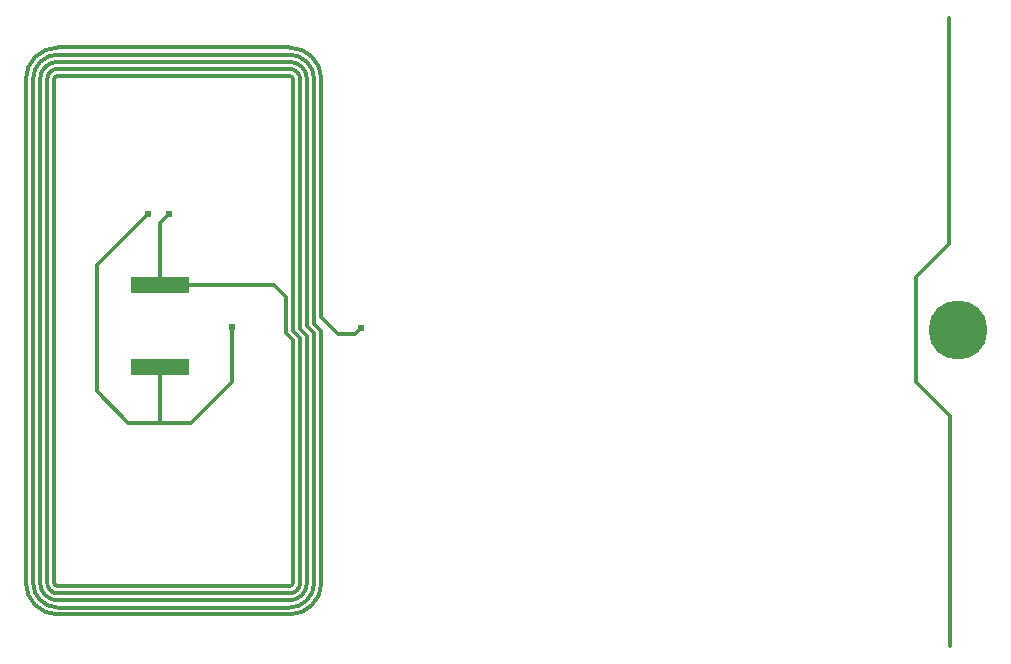
<source format=gbl>
G04 Layer: BottomLayer*
G04 EasyEDA Pro v2.1.49.1, 2024-02-28 13:49:17*
G04 Gerber Generator version 0.3*
G04 Scale: 100 percent, Rotated: No, Reflected: No*
G04 Dimensions in millimeters*
G04 Leading zeros omitted, absolute positions, 3 integers and 5 decimals*
%FSLAX35Y35*%
%MOMM*%
%ADD10C,0.3048*%
%ADD11R,4.99999X1.4*%
%ADD12C,4.99999*%
%ADD13C,0.6096*%
%ADD14C,0.305*%
G75*


G04 PolygonModel Start*
G54D10*
G01X1346200Y2175299D02*
G02X1076201Y2444539I-379J269620D01*
G01X1346200Y2233719D02*
G02X1136200Y2444539I410J210410D01*
G01X1346200Y2294679D02*
G02X1196200Y2444539I-70J149930D01*
G01X1346200Y2353099D02*
G02X1256200Y2444539I721J90721D01*
G01X1346200Y2414059D02*
G02X1316200Y2444539I240J30240D01*
G01X1076201Y6705600D02*
G02X1346200Y6975599I270000J-0D01*
G01X1136200Y6705600D02*
G02X1346200Y6915600I210000J-0D01*
G01X1196200Y6705600D02*
G02X1346200Y6855600I150000J-0D01*
G01X1256200Y6705600D02*
G02X1346200Y6795600I90000J0D01*
G01X1316200Y6705600D02*
G02X1346200Y6735600I30000J0D01*
G01X3306641Y6975599D02*
G02X3578421Y6705600I890J-270890D01*
G01X3306641Y6915600D02*
G02X3517461Y6705600I410J-210410D01*
G01X3306641Y6855600D02*
G02X3456501Y6705600I-70J-149930D01*
G01X3306641Y6795600D02*
G02X3398081Y6705600I719J-90721D01*
G01X3306641Y6735600D02*
G02X3337121Y6705600I240J-30240D01*
G01X3578421Y2444539D02*
G02X3306641Y2175299I-270510J1270D01*
G01X3517461Y2444539D02*
G02X3306641Y2233719I-210820J0D01*
G01X3456501Y2444539D02*
G02X3306641Y2294679I-149860J0D01*
G01X3398081Y2444539D02*
G02X3306641Y2353099I-91440J0D01*
G01X3337121Y2444539D02*
G02X3306641Y2414059I-30480J0D01*
G04 PolygonModel End*

G04 Pad Start*
G54D11*
G01X2209800Y4267200D03*
G01X2209800Y4965700D03*
G54D12*
G01X8966200Y4584700D03*
G04 Pad End*

G04 Via Start*
G54D13*
G01X3911600Y4597400D03*
G01X2819400Y4610100D03*
G01X2108200Y5562600D03*
G01X2286000Y5562600D03*
G04 Via End*

G04 Track Start*
G54D10*
G01X3337052Y2444750D02*
G01X3337052Y4498848D01*
G01X3276600Y4559300D01*
G01Y4864100D01*
G01X3175000Y4965700D02*
G01X2209800Y4965700D01*
G01X3578418Y6705148D02*
G01X3574895Y4692805D01*
G01X1346208Y2175299D02*
G01X3306633Y2175299D01*
G01X1346208Y2353099D02*
G01X3306633Y2353099D01*
G01X3578418Y4575599D02*
G01X3517461Y4635602D01*
G01Y6705603D01*
G01X3456503Y4534957D02*
G01X3398076Y4595597D01*
G01Y6705603D01*
G01X3517461Y4555277D02*
G01X3456503Y4615597D01*
G01Y6705603D01*
G01X3398076Y4514642D02*
G01X3337118Y4575599D01*
G01Y6705603D01*
G01X1346208Y2233719D02*
G01X3306633Y2233719D01*
G01X1346208Y2294677D02*
G01X3306633Y2294677D01*
G01X1346208Y2414057D02*
G01X3306633Y2414057D01*
G01X1346208Y6975599D02*
G01X3306633Y6975599D01*
G01X1346208Y6915597D02*
G01X3306633Y6915597D01*
G01X1346208Y6855595D02*
G01X3306633Y6855595D01*
G01X1346208Y6795600D02*
G01X3306633Y6795600D01*
G01X1346208Y6735597D02*
G01X3306633Y6735597D01*
G01X1076195Y2444542D02*
G01X1076195Y6705603D01*
G01X1136198Y2444542D02*
G01X1136198Y6705603D01*
G01X1196200Y2444542D02*
G01X1196200Y6705603D01*
G01X1256203Y2444542D02*
G01X1256203Y6705603D01*
G01X1316205Y2444542D02*
G01X1316205Y6705603D01*
G54D14*
G01X2108200Y5562600D02*
G01X1676400Y5130800D01*
G01X2209800Y4267200D02*
G01X2209800Y3797300D01*
G01X1943100D01*
G01X1676400Y4064000D01*
G01Y5130800D01*
G01X2209800Y3797300D02*
G01X2476500Y3797300D01*
G01X2819400Y4140200D01*
G01Y4610100D01*
G54D10*
G01X3276600Y4864100D02*
G01X3175000Y4965700D01*
G01X3517461Y2444542D02*
G01X3517461Y4555277D01*
G01X3456503Y2444542D02*
G01X3456503Y4534957D01*
G01X3398076Y2444542D02*
G01X3398076Y4514642D01*
G01X3578418Y2444542D02*
G01X3578418Y4575599D01*
G54D14*
G01X3574895Y4692805D02*
G01X3619330Y4648370D01*
G01X3860800Y4546600D02*
G01X3721100Y4546600D01*
G01X3620091Y4648370D01*
G01X3911600Y4597400D02*
G01X3860800Y4546600D01*
G54D10*
G01X2286000Y5562600D02*
G01X2209800Y5486400D01*
G01Y4965700D01*
G54D14*
G01X3620091Y4648370D02*
G01X3619330Y4648370D01*
G01X8610600Y5032051D02*
G01X8890000Y5311451D01*
G01Y7226300D01*
G01X8902700Y1905000D02*
G01X8902700Y3853372D01*
G01X8610600Y4145472D01*
G01Y5032051D01*
G04 Track End*

M02*

</source>
